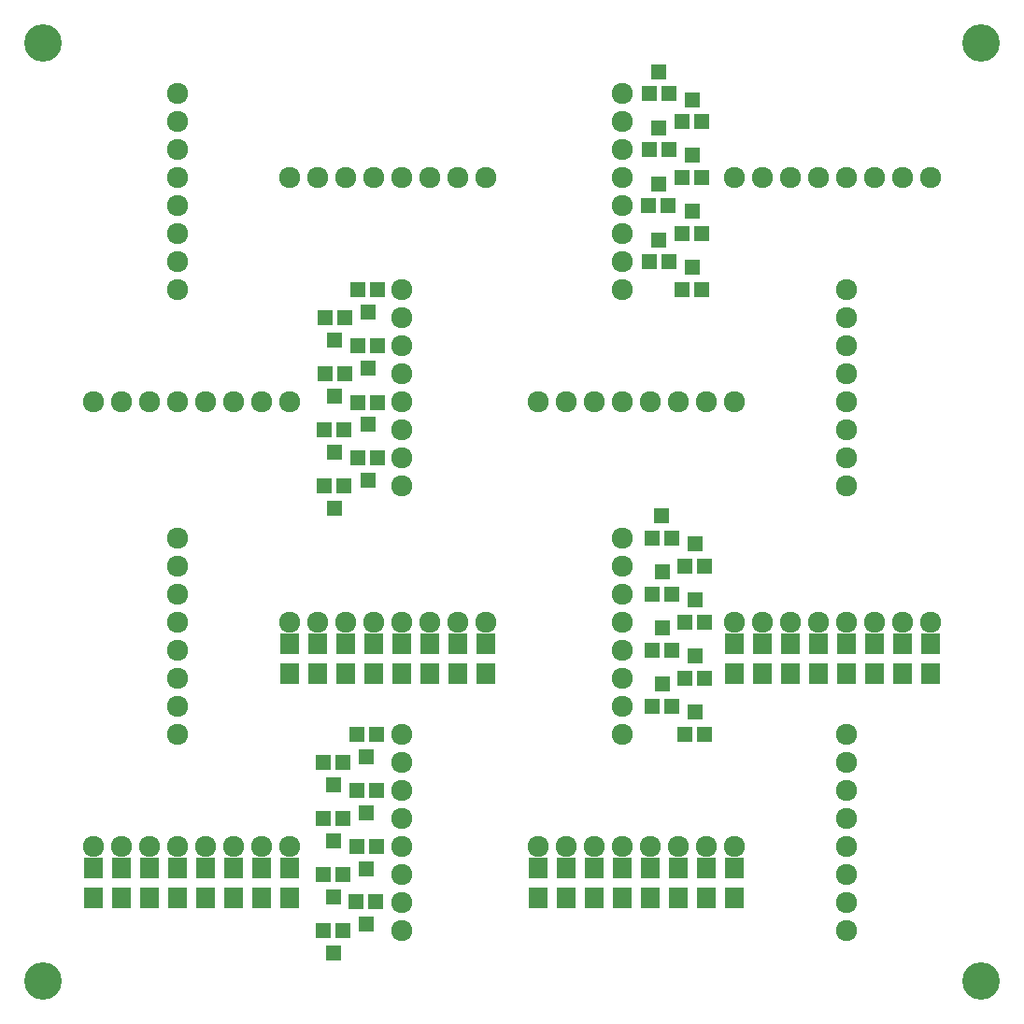
<source format=gbr>
G04 #@! TF.GenerationSoftware,KiCad,Pcbnew,(5.0.0)*
G04 #@! TF.CreationDate,2018-10-21T16:46:55+02:00*
G04 #@! TF.ProjectId,DispalyBoard,44697370616C79426F6172642E6B6963,0.2.1*
G04 #@! TF.SameCoordinates,Original*
G04 #@! TF.FileFunction,Soldermask,Top*
G04 #@! TF.FilePolarity,Negative*
%FSLAX46Y46*%
G04 Gerber Fmt 4.6, Leading zero omitted, Abs format (unit mm)*
G04 Created by KiCad (PCBNEW (5.0.0)) date 10/21/18 16:46:55*
%MOMM*%
%LPD*%
G01*
G04 APERTURE LIST*
%ADD10C,1.924000*%
%ADD11R,1.700000X1.900000*%
%ADD12R,1.314400X1.314400*%
%ADD13C,3.400000*%
G04 APERTURE END LIST*
D10*
G04 #@! TO.C,DS4*
X168529000Y-127635000D03*
X165989000Y-127635000D03*
X158369000Y-127635000D03*
X160909000Y-127635000D03*
X163449000Y-127635000D03*
X155829000Y-127635000D03*
X153289000Y-127635000D03*
X150749000Y-127635000D03*
X178689000Y-132715000D03*
X178689000Y-130175000D03*
X178689000Y-135255000D03*
X178689000Y-125095000D03*
X178689000Y-122555000D03*
X178689000Y-120015000D03*
X178689000Y-117475000D03*
X186309000Y-107315000D03*
X183769000Y-107315000D03*
X181229000Y-107315000D03*
X178689000Y-107315000D03*
X176149000Y-107315000D03*
X173609000Y-107315000D03*
X171069000Y-107315000D03*
X168529000Y-107315000D03*
X158369000Y-99695000D03*
X158369000Y-102235000D03*
X158369000Y-104775000D03*
X158369000Y-107315000D03*
X158369000Y-109855000D03*
X158369000Y-112395000D03*
X158369000Y-114935000D03*
X158369000Y-117475000D03*
X178689000Y-127635000D03*
G04 #@! TD*
G04 #@! TO.C,DS1*
X128270000Y-87376000D03*
X125730000Y-87376000D03*
X118110000Y-87376000D03*
X120650000Y-87376000D03*
X123190000Y-87376000D03*
X115570000Y-87376000D03*
X113030000Y-87376000D03*
X110490000Y-87376000D03*
X138430000Y-92456000D03*
X138430000Y-89916000D03*
X138430000Y-94996000D03*
X138430000Y-84836000D03*
X138430000Y-82296000D03*
X138430000Y-79756000D03*
X138430000Y-77216000D03*
X146050000Y-67056000D03*
X143510000Y-67056000D03*
X140970000Y-67056000D03*
X138430000Y-67056000D03*
X135890000Y-67056000D03*
X133350000Y-67056000D03*
X130810000Y-67056000D03*
X128270000Y-67056000D03*
X118110000Y-59436000D03*
X118110000Y-61976000D03*
X118110000Y-64516000D03*
X118110000Y-67056000D03*
X118110000Y-69596000D03*
X118110000Y-72136000D03*
X118110000Y-74676000D03*
X118110000Y-77216000D03*
X138430000Y-87376000D03*
G04 #@! TD*
G04 #@! TO.C,DS3*
X168529000Y-87376000D03*
X165989000Y-87376000D03*
X158369000Y-87376000D03*
X160909000Y-87376000D03*
X163449000Y-87376000D03*
X155829000Y-87376000D03*
X153289000Y-87376000D03*
X150749000Y-87376000D03*
X178689000Y-92456000D03*
X178689000Y-89916000D03*
X178689000Y-94996000D03*
X178689000Y-84836000D03*
X178689000Y-82296000D03*
X178689000Y-79756000D03*
X178689000Y-77216000D03*
X186309000Y-67056000D03*
X183769000Y-67056000D03*
X181229000Y-67056000D03*
X178689000Y-67056000D03*
X176149000Y-67056000D03*
X173609000Y-67056000D03*
X171069000Y-67056000D03*
X168529000Y-67056000D03*
X158369000Y-59436000D03*
X158369000Y-61976000D03*
X158369000Y-64516000D03*
X158369000Y-67056000D03*
X158369000Y-69596000D03*
X158369000Y-72136000D03*
X158369000Y-74676000D03*
X158369000Y-77216000D03*
X178689000Y-87376000D03*
G04 #@! TD*
G04 #@! TO.C,DS2*
X128270000Y-127635000D03*
X125730000Y-127635000D03*
X118110000Y-127635000D03*
X120650000Y-127635000D03*
X123190000Y-127635000D03*
X115570000Y-127635000D03*
X113030000Y-127635000D03*
X110490000Y-127635000D03*
X138430000Y-132715000D03*
X138430000Y-130175000D03*
X138430000Y-135255000D03*
X138430000Y-125095000D03*
X138430000Y-122555000D03*
X138430000Y-120015000D03*
X138430000Y-117475000D03*
X146050000Y-107315000D03*
X143510000Y-107315000D03*
X140970000Y-107315000D03*
X138430000Y-107315000D03*
X135890000Y-107315000D03*
X133350000Y-107315000D03*
X130810000Y-107315000D03*
X128270000Y-107315000D03*
X118110000Y-99695000D03*
X118110000Y-102235000D03*
X118110000Y-104775000D03*
X118110000Y-107315000D03*
X118110000Y-109855000D03*
X118110000Y-112395000D03*
X118110000Y-114935000D03*
X118110000Y-117475000D03*
X138430000Y-127635000D03*
G04 #@! TD*
D11*
G04 #@! TO.C,R32*
X186309000Y-111967000D03*
X186309000Y-109267000D03*
G04 #@! TD*
G04 #@! TO.C,R31*
X183769000Y-111967000D03*
X183769000Y-109267000D03*
G04 #@! TD*
G04 #@! TO.C,R30*
X181229000Y-111967000D03*
X181229000Y-109267000D03*
G04 #@! TD*
G04 #@! TO.C,R29*
X178689000Y-111967000D03*
X178689000Y-109267000D03*
G04 #@! TD*
G04 #@! TO.C,R28*
X176149000Y-111967000D03*
X176149000Y-109267000D03*
G04 #@! TD*
G04 #@! TO.C,R27*
X173609000Y-111967000D03*
X173609000Y-109267000D03*
G04 #@! TD*
G04 #@! TO.C,R26*
X171069000Y-111967000D03*
X171069000Y-109267000D03*
G04 #@! TD*
G04 #@! TO.C,R25*
X168529000Y-111967000D03*
X168529000Y-109267000D03*
G04 #@! TD*
G04 #@! TO.C,R24*
X168529000Y-132287000D03*
X168529000Y-129587000D03*
G04 #@! TD*
G04 #@! TO.C,R23*
X165989000Y-132287000D03*
X165989000Y-129587000D03*
G04 #@! TD*
G04 #@! TO.C,R22*
X163449000Y-132287000D03*
X163449000Y-129587000D03*
G04 #@! TD*
G04 #@! TO.C,R21*
X160909000Y-132287000D03*
X160909000Y-129587000D03*
G04 #@! TD*
G04 #@! TO.C,R20*
X158369000Y-132287000D03*
X158369000Y-129587000D03*
G04 #@! TD*
G04 #@! TO.C,R19*
X155829000Y-132287000D03*
X155829000Y-129587000D03*
G04 #@! TD*
G04 #@! TO.C,R18*
X153289000Y-132287000D03*
X153289000Y-129587000D03*
G04 #@! TD*
G04 #@! TO.C,R17*
X150749000Y-132287000D03*
X150749000Y-129587000D03*
G04 #@! TD*
G04 #@! TO.C,R16*
X146050000Y-111967000D03*
X146050000Y-109267000D03*
G04 #@! TD*
G04 #@! TO.C,R15*
X143510000Y-111967000D03*
X143510000Y-109267000D03*
G04 #@! TD*
G04 #@! TO.C,R14*
X140970000Y-111967000D03*
X140970000Y-109267000D03*
G04 #@! TD*
G04 #@! TO.C,R13*
X138430000Y-111967000D03*
X138430000Y-109267000D03*
G04 #@! TD*
G04 #@! TO.C,R12*
X135890000Y-111967000D03*
X135890000Y-109267000D03*
G04 #@! TD*
G04 #@! TO.C,R11*
X133350000Y-111967000D03*
X133350000Y-109267000D03*
G04 #@! TD*
G04 #@! TO.C,R10*
X130810000Y-111967000D03*
X130810000Y-109267000D03*
G04 #@! TD*
G04 #@! TO.C,R9*
X128270000Y-111967000D03*
X128270000Y-109267000D03*
G04 #@! TD*
G04 #@! TO.C,R8*
X128270000Y-132287000D03*
X128270000Y-129587000D03*
G04 #@! TD*
G04 #@! TO.C,R7*
X125730000Y-132287000D03*
X125730000Y-129587000D03*
G04 #@! TD*
G04 #@! TO.C,R6*
X123190000Y-132287000D03*
X123190000Y-129587000D03*
G04 #@! TD*
G04 #@! TO.C,R5*
X120650000Y-132287000D03*
X120650000Y-129587000D03*
G04 #@! TD*
G04 #@! TO.C,R4*
X118110000Y-132287000D03*
X118110000Y-129587000D03*
G04 #@! TD*
G04 #@! TO.C,R3*
X115570000Y-132287000D03*
X115570000Y-129587000D03*
G04 #@! TD*
G04 #@! TO.C,R2*
X113030000Y-132287000D03*
X113030000Y-129587000D03*
G04 #@! TD*
G04 #@! TO.C,R1*
X110490000Y-132287000D03*
X110490000Y-129587000D03*
G04 #@! TD*
D12*
G04 #@! TO.C,Q12*
X133121400Y-125095000D03*
X131343400Y-125095000D03*
X132232400Y-127111760D03*
G04 #@! TD*
G04 #@! TO.C,Q22*
X133197600Y-89916000D03*
X131419600Y-89916000D03*
X132308600Y-91932760D03*
G04 #@! TD*
G04 #@! TO.C,Q32*
X163830000Y-77200760D03*
X165608000Y-77200760D03*
X164719000Y-75184000D03*
G04 #@! TD*
G04 #@! TO.C,Q31*
X160832800Y-74676000D03*
X162610800Y-74676000D03*
X161721800Y-72659240D03*
G04 #@! TD*
G04 #@! TO.C,Q30*
X163830000Y-72085200D03*
X165608000Y-72085200D03*
X164719000Y-70068440D03*
G04 #@! TD*
G04 #@! TO.C,Q28*
X163830000Y-67030600D03*
X165608000Y-67030600D03*
X164719000Y-65013840D03*
G04 #@! TD*
G04 #@! TO.C,Q27*
X160832800Y-64526160D03*
X162610800Y-64526160D03*
X161721800Y-62509400D03*
G04 #@! TD*
G04 #@! TO.C,Q26*
X163830000Y-61986160D03*
X165608000Y-61986160D03*
X164719000Y-59969400D03*
G04 #@! TD*
G04 #@! TO.C,Q25*
X160832800Y-59436000D03*
X162610800Y-59436000D03*
X161721800Y-57419240D03*
G04 #@! TD*
G04 #@! TO.C,Q24*
X133197600Y-94996000D03*
X131419600Y-94996000D03*
X132308600Y-97012760D03*
G04 #@! TD*
G04 #@! TO.C,Q23*
X136245600Y-92456000D03*
X134467600Y-92456000D03*
X135356600Y-94472760D03*
G04 #@! TD*
G04 #@! TO.C,Q21*
X136220200Y-87401400D03*
X134442200Y-87401400D03*
X135331200Y-89418160D03*
G04 #@! TD*
G04 #@! TO.C,Q20*
X133248400Y-84836000D03*
X131470400Y-84836000D03*
X132359400Y-86852760D03*
G04 #@! TD*
G04 #@! TO.C,Q19*
X136245600Y-82296000D03*
X134467600Y-82296000D03*
X135356600Y-84312760D03*
G04 #@! TD*
G04 #@! TO.C,Q18*
X133248400Y-79745840D03*
X131470400Y-79745840D03*
X132359400Y-81762600D03*
G04 #@! TD*
G04 #@! TO.C,Q17*
X136245600Y-77216000D03*
X134467600Y-77216000D03*
X135356600Y-79232760D03*
G04 #@! TD*
G04 #@! TO.C,Q16*
X133121400Y-135255000D03*
X131343400Y-135255000D03*
X132232400Y-137271760D03*
G04 #@! TD*
G04 #@! TO.C,Q15*
X136067800Y-132664200D03*
X134289800Y-132664200D03*
X135178800Y-134680960D03*
G04 #@! TD*
G04 #@! TO.C,Q14*
X133121400Y-130164840D03*
X131343400Y-130164840D03*
X132232400Y-132181600D03*
G04 #@! TD*
G04 #@! TO.C,Q13*
X136118600Y-127635000D03*
X134340600Y-127635000D03*
X135229600Y-129651760D03*
G04 #@! TD*
G04 #@! TO.C,Q11*
X136093200Y-122555000D03*
X134315200Y-122555000D03*
X135204200Y-124571760D03*
G04 #@! TD*
G04 #@! TO.C,Q10*
X133121400Y-120015000D03*
X131343400Y-120015000D03*
X132232400Y-122031760D03*
G04 #@! TD*
G04 #@! TO.C,Q9*
X136118600Y-117475000D03*
X134340600Y-117475000D03*
X135229600Y-119491760D03*
G04 #@! TD*
G04 #@! TO.C,Q8*
X164109400Y-117485160D03*
X165887400Y-117485160D03*
X164998400Y-115468400D03*
G04 #@! TD*
G04 #@! TO.C,Q7*
X161112200Y-114935000D03*
X162890200Y-114935000D03*
X162001200Y-112918240D03*
G04 #@! TD*
G04 #@! TO.C,Q6*
X164109400Y-112405160D03*
X165887400Y-112405160D03*
X164998400Y-110388400D03*
G04 #@! TD*
G04 #@! TO.C,Q5*
X161112200Y-109855000D03*
X162890200Y-109855000D03*
X162001200Y-107838240D03*
G04 #@! TD*
G04 #@! TO.C,Q4*
X164084000Y-107299760D03*
X165862000Y-107299760D03*
X164973000Y-105283000D03*
G04 #@! TD*
G04 #@! TO.C,Q3*
X161112200Y-104775000D03*
X162890200Y-104775000D03*
X162001200Y-102758240D03*
G04 #@! TD*
G04 #@! TO.C,Q2*
X164084000Y-102235000D03*
X165862000Y-102235000D03*
X164973000Y-100218240D03*
G04 #@! TD*
G04 #@! TO.C,Q1*
X161086800Y-99695000D03*
X162864800Y-99695000D03*
X161975800Y-97678240D03*
G04 #@! TD*
G04 #@! TO.C,Q29*
X160807400Y-69596000D03*
X162585400Y-69596000D03*
X161696400Y-67579240D03*
G04 #@! TD*
D13*
G04 #@! TO.C,REF\002A\002A*
X190944500Y-54864000D03*
G04 #@! TD*
G04 #@! TO.C,REF\002A\002A*
X105918000Y-54864000D03*
G04 #@! TD*
G04 #@! TO.C,REF\002A\002A*
X105918000Y-139827000D03*
G04 #@! TD*
G04 #@! TO.C,REF\002A\002A*
X190881000Y-139827000D03*
G04 #@! TD*
M02*

</source>
